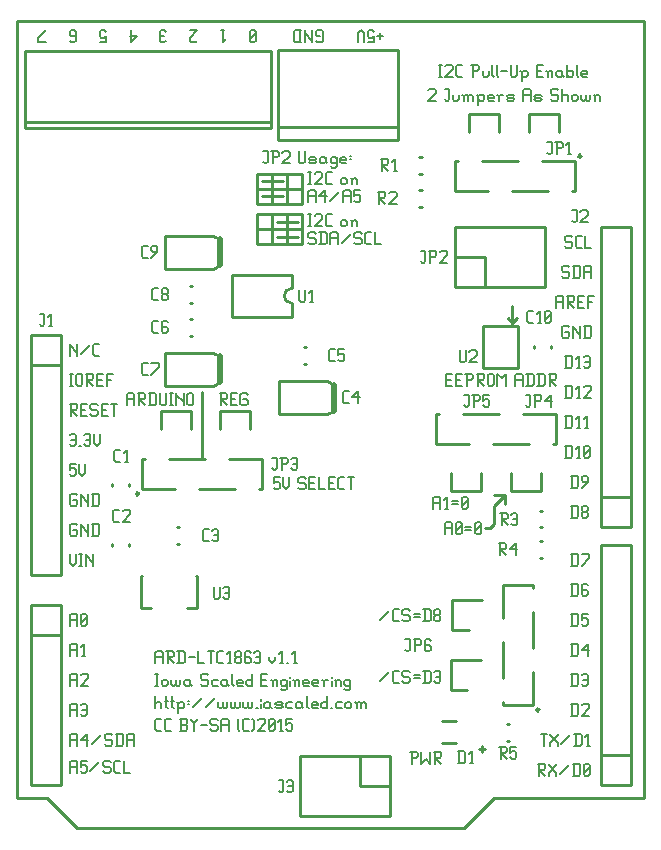
<source format=gbr>
G04 start of page 8 for group -4079 idx -4079 *
G04 Title: (unknown), topsilk *
G04 Creator: pcb 20140316 *
G04 CreationDate: Thu 11 Jun 2015 05:52:48 PM GMT UTC *
G04 For: ndholmes *
G04 Format: Gerber/RS-274X *
G04 PCB-Dimensions (mil): 2100.00 2700.00 *
G04 PCB-Coordinate-Origin: lower left *
%MOIN*%
%FSLAX25Y25*%
%LNTOPSILK*%
%ADD64C,0.0200*%
%ADD63C,0.0080*%
%ADD62C,0.0100*%
G54D62*X500Y269500D02*X209500D01*
X151000Y232500D02*Y238500D01*
X161000D01*
Y232500D01*
X171000D02*Y238500D01*
X181000D01*
Y232500D01*
X165000Y113000D02*Y119000D01*
X175000D02*Y113000D01*
X165000D02*X175000D01*
X163000Y111500D02*X159500D01*
X209500Y269500D02*Y10500D01*
X159500D01*
X163000Y111500D02*Y108500D01*
X159500Y108000D02*X163000Y111500D01*
X158000Y100500D02*X159500Y102000D01*
Y108000D01*
X145000Y113000D02*Y119000D01*
Y113000D02*X155000D01*
X156500Y100500D02*X158000D01*
X159500Y10500D02*X149500Y500D01*
X154500Y27000D02*X156500D01*
X155500Y28000D02*Y26000D01*
X155000Y119000D02*Y113000D01*
X151000Y66500D02*X145500D01*
X150500Y46500D02*X145000D01*
Y56500D01*
X155000D01*
X145500Y66500D02*Y76500D01*
X155500D01*
X500Y10500D02*Y269500D01*
X68000Y133500D02*Y139500D01*
X78000D02*Y133500D01*
X68000Y139500D02*X78000D01*
X62000Y146000D02*Y123500D01*
X48500Y133500D02*Y139500D01*
X58500D02*Y133500D01*
X48500Y139500D02*X58500D01*
X149500Y500D02*X20500D01*
X500Y10500D02*X10500D01*
X20500Y500D02*X10500Y10500D01*
X80500Y205100D02*X95500D01*
X82000Y216100D02*X89000D01*
X82000Y211100D02*X89000D01*
X95500Y205100D02*Y195100D01*
X90500Y205100D02*Y195100D01*
X85500Y205100D02*Y195100D01*
X80500Y205100D02*Y195100D01*
X87000Y202600D02*X94000D01*
X87000Y197600D02*X94000D01*
X165500Y169000D02*Y174500D01*
Y169000D02*X164000Y170500D01*
X165500Y169000D02*X167000Y170500D01*
X80500Y208600D02*X95500D01*
Y218600D02*Y208600D01*
X90500Y218600D02*Y208600D01*
X85500Y218600D02*Y208600D01*
X80500Y218600D02*Y208600D01*
X95500Y213600D02*X80500D01*
Y218600D02*X95500D01*
X80500Y195100D02*X95500D01*
Y200100D02*X80500D01*
G54D63*X18000Y22500D02*Y19000D01*
Y22500D02*X18500Y23000D01*
X20000D01*
X20500Y22500D01*
Y19000D01*
X18000Y21000D02*X20500D01*
X21700Y23000D02*X23700D01*
X21700D02*Y21000D01*
X22200Y21500D01*
X23200D01*
X23700Y21000D01*
Y19500D01*
X23200Y19000D02*X23700Y19500D01*
X22200Y19000D02*X23200D01*
X21700Y19500D02*X22200Y19000D01*
X24900Y19500D02*X27900Y22500D01*
X31100Y23000D02*X31600Y22500D01*
X29600Y23000D02*X31100D01*
X29100Y22500D02*X29600Y23000D01*
X29100Y22500D02*Y21500D01*
X29600Y21000D01*
X31100D01*
X31600Y20500D01*
Y19500D01*
X31100Y19000D02*X31600Y19500D01*
X29600Y19000D02*X31100D01*
X29100Y19500D02*X29600Y19000D01*
X33300D02*X34800D01*
X32800Y19500D02*X33300Y19000D01*
X32800Y22500D02*Y19500D01*
Y22500D02*X33300Y23000D01*
X34800D01*
X36000D02*Y19000D01*
X38000D01*
X18000Y31500D02*Y28000D01*
Y31500D02*X18500Y32000D01*
X20000D01*
X20500Y31500D01*
Y28000D01*
X18000Y30000D02*X20500D01*
X21700D02*X23700Y32000D01*
X21700Y30000D02*X24200D01*
X23700Y32000D02*Y28000D01*
X25400Y28500D02*X28400Y31500D01*
X31600Y32000D02*X32100Y31500D01*
X30100Y32000D02*X31600D01*
X29600Y31500D02*X30100Y32000D01*
X29600Y31500D02*Y30500D01*
X30100Y30000D01*
X31600D01*
X32100Y29500D01*
Y28500D01*
X31600Y28000D02*X32100Y28500D01*
X30100Y28000D02*X31600D01*
X29600Y28500D02*X30100Y28000D01*
X33800Y32000D02*Y28000D01*
X35300Y32000D02*X35800Y31500D01*
Y28500D01*
X35300Y28000D02*X35800Y28500D01*
X33300Y28000D02*X35300D01*
X33300Y32000D02*X35300D01*
X37000Y31500D02*Y28000D01*
Y31500D02*X37500Y32000D01*
X39000D01*
X39500Y31500D01*
Y28000D01*
X37000Y30000D02*X39500D01*
X18000Y41500D02*Y38000D01*
Y41500D02*X18500Y42000D01*
X20000D01*
X20500Y41500D01*
Y38000D01*
X18000Y40000D02*X20500D01*
X21700Y41500D02*X22200Y42000D01*
X23200D01*
X23700Y41500D01*
Y38500D01*
X23200Y38000D02*X23700Y38500D01*
X22200Y38000D02*X23200D01*
X21700Y38500D02*X22200Y38000D01*
Y40000D02*X23700D01*
X18000Y51500D02*Y48000D01*
Y51500D02*X18500Y52000D01*
X20000D01*
X20500Y51500D01*
Y48000D01*
X18000Y50000D02*X20500D01*
X21700Y51500D02*X22200Y52000D01*
X23700D01*
X24200Y51500D01*
Y50500D01*
X21700Y48000D02*X24200Y50500D01*
X21700Y48000D02*X24200D01*
X18000Y61500D02*Y58000D01*
Y61500D02*X18500Y62000D01*
X20000D01*
X20500Y61500D01*
Y58000D01*
X18000Y60000D02*X20500D01*
X22200Y58000D02*X23200D01*
X22700Y62000D02*Y58000D01*
X21700Y61000D02*X22700Y62000D01*
X18000Y71500D02*Y68000D01*
Y71500D02*X18500Y72000D01*
X20000D01*
X20500Y71500D01*
Y68000D01*
X18000Y70000D02*X20500D01*
X21700Y68500D02*X22200Y68000D01*
X21700Y71500D02*Y68500D01*
Y71500D02*X22200Y72000D01*
X23200D01*
X23700Y71500D01*
Y68500D01*
X23200Y68000D02*X23700Y68500D01*
X22200Y68000D02*X23200D01*
X21700Y69000D02*X23700Y71000D01*
X18000Y92000D02*Y89000D01*
X19000Y88000D01*
X20000Y89000D01*
Y92000D02*Y89000D01*
X21200Y92000D02*X22200D01*
X21700D02*Y88000D01*
X21200D02*X22200D01*
X23400Y92000D02*Y88000D01*
Y92000D02*Y91500D01*
X25900Y89000D01*
Y92000D02*Y88000D01*
X20000Y102000D02*X20500Y101500D01*
X18500Y102000D02*X20000D01*
X18000Y101500D02*X18500Y102000D01*
X18000Y101500D02*Y98500D01*
X18500Y98000D01*
X20000D01*
X20500Y98500D01*
Y99500D02*Y98500D01*
X20000Y100000D02*X20500Y99500D01*
X19000Y100000D02*X20000D01*
X21700Y102000D02*Y98000D01*
Y102000D02*Y101500D01*
X24200Y99000D01*
Y102000D02*Y98000D01*
X25900Y102000D02*Y98000D01*
X27400Y102000D02*X27900Y101500D01*
Y98500D01*
X27400Y98000D02*X27900Y98500D01*
X25400Y98000D02*X27400D01*
X25400Y102000D02*X27400D01*
X20000Y112000D02*X20500Y111500D01*
X18500Y112000D02*X20000D01*
X18000Y111500D02*X18500Y112000D01*
X18000Y111500D02*Y108500D01*
X18500Y108000D01*
X20000D01*
X20500Y108500D01*
Y109500D02*Y108500D01*
X20000Y110000D02*X20500Y109500D01*
X19000Y110000D02*X20000D01*
X21700Y112000D02*Y108000D01*
Y112000D02*Y111500D01*
X24200Y109000D01*
Y112000D02*Y108000D01*
X25900Y112000D02*Y108000D01*
X27400Y112000D02*X27900Y111500D01*
Y108500D01*
X27400Y108000D02*X27900Y108500D01*
X25400Y108000D02*X27400D01*
X25400Y112000D02*X27400D01*
X46500Y59000D02*Y55500D01*
Y59000D02*X47000Y59500D01*
X48500D01*
X49000Y59000D01*
Y55500D01*
X46500Y57500D02*X49000D01*
X50200Y59500D02*X52200D01*
X52700Y59000D01*
Y58000D01*
X52200Y57500D02*X52700Y58000D01*
X50700Y57500D02*X52200D01*
X50700Y59500D02*Y55500D01*
Y57500D02*X52700Y55500D01*
X54400Y59500D02*Y55500D01*
X55900Y59500D02*X56400Y59000D01*
Y56000D01*
X55900Y55500D02*X56400Y56000D01*
X53900Y55500D02*X55900D01*
X53900Y59500D02*X55900D01*
X57600Y57500D02*X59600D01*
X60800Y59500D02*Y55500D01*
X62800D01*
X64000Y59500D02*X66000D01*
X65000D02*Y55500D01*
X67700D02*X69200D01*
X67200Y56000D02*X67700Y55500D01*
X67200Y59000D02*Y56000D01*
Y59000D02*X67700Y59500D01*
X69200D01*
X70900Y55500D02*X71900D01*
X71400Y59500D02*Y55500D01*
X70400Y58500D02*X71400Y59500D01*
X73100Y56000D02*X73600Y55500D01*
X73100Y57000D02*Y56000D01*
Y57000D02*X73600Y57500D01*
X74600D01*
X75100Y57000D01*
Y56000D01*
X74600Y55500D02*X75100Y56000D01*
X73600Y55500D02*X74600D01*
X73100Y58000D02*X73600Y57500D01*
X73100Y59000D02*Y58000D01*
Y59000D02*X73600Y59500D01*
X74600D01*
X75100Y59000D01*
Y58000D01*
X74600Y57500D02*X75100Y58000D01*
X77800Y59500D02*X78300Y59000D01*
X76800Y59500D02*X77800D01*
X76300Y59000D02*X76800Y59500D01*
X76300Y59000D02*Y56000D01*
X76800Y55500D01*
X77800Y57500D02*X78300Y57000D01*
X76300Y57500D02*X77800D01*
X76800Y55500D02*X77800D01*
X78300Y56000D01*
Y57000D02*Y56000D01*
X79500Y59000D02*X80000Y59500D01*
X81000D01*
X81500Y59000D01*
Y56000D01*
X81000Y55500D02*X81500Y56000D01*
X80000Y55500D02*X81000D01*
X79500Y56000D02*X80000Y55500D01*
Y57500D02*X81500D01*
X84500D02*Y56500D01*
X85500Y55500D01*
X86500Y56500D01*
Y57500D02*Y56500D01*
X88200Y55500D02*X89200D01*
X88700Y59500D02*Y55500D01*
X87700Y58500D02*X88700Y59500D01*
X90400Y55500D02*X90900D01*
X92600D02*X93600D01*
X93100Y59500D02*Y55500D01*
X92100Y58500D02*X93100Y59500D01*
X46500Y52000D02*X47500D01*
X47000D02*Y48000D01*
X46500D02*X47500D01*
X48700Y49500D02*Y48500D01*
Y49500D02*X49200Y50000D01*
X50200D01*
X50700Y49500D01*
Y48500D01*
X50200Y48000D02*X50700Y48500D01*
X49200Y48000D02*X50200D01*
X48700Y48500D02*X49200Y48000D01*
X51900Y50000D02*Y48500D01*
X52400Y48000D01*
X52900D01*
X53400Y48500D01*
Y50000D02*Y48500D01*
X53900Y48000D01*
X54400D01*
X54900Y48500D01*
Y50000D02*Y48500D01*
X57600Y50000D02*X58100Y49500D01*
X56600Y50000D02*X57600D01*
X56100Y49500D02*X56600Y50000D01*
X56100Y49500D02*Y48500D01*
X56600Y48000D01*
X58100Y50000D02*Y48500D01*
X58600Y48000D01*
X56600D02*X57600D01*
X58100Y48500D01*
X63600Y52000D02*X64100Y51500D01*
X62100Y52000D02*X63600D01*
X61600Y51500D02*X62100Y52000D01*
X61600Y51500D02*Y50500D01*
X62100Y50000D01*
X63600D01*
X64100Y49500D01*
Y48500D01*
X63600Y48000D02*X64100Y48500D01*
X62100Y48000D02*X63600D01*
X61600Y48500D02*X62100Y48000D01*
X65800Y50000D02*X67300D01*
X65300Y49500D02*X65800Y50000D01*
X65300Y49500D02*Y48500D01*
X65800Y48000D01*
X67300D01*
X70000Y50000D02*X70500Y49500D01*
X69000Y50000D02*X70000D01*
X68500Y49500D02*X69000Y50000D01*
X68500Y49500D02*Y48500D01*
X69000Y48000D01*
X70500Y50000D02*Y48500D01*
X71000Y48000D01*
X69000D02*X70000D01*
X70500Y48500D01*
X72200Y52000D02*Y48500D01*
X72700Y48000D01*
X74200D02*X75700D01*
X73700Y48500D02*X74200Y48000D01*
X73700Y49500D02*Y48500D01*
Y49500D02*X74200Y50000D01*
X75200D01*
X75700Y49500D01*
X73700Y49000D02*X75700D01*
Y49500D02*Y49000D01*
X78900Y52000D02*Y48000D01*
X78400D02*X78900Y48500D01*
X77400Y48000D02*X78400D01*
X76900Y48500D02*X77400Y48000D01*
X76900Y49500D02*Y48500D01*
Y49500D02*X77400Y50000D01*
X78400D01*
X78900Y49500D01*
X81900Y50000D02*X83400D01*
X81900Y48000D02*X83900D01*
X81900Y52000D02*Y48000D01*
Y52000D02*X83900D01*
X85600Y49500D02*Y48000D01*
Y49500D02*X86100Y50000D01*
X86600D01*
X87100Y49500D01*
Y48000D01*
X85100Y50000D02*X85600Y49500D01*
X89800Y50000D02*X90300Y49500D01*
X88800Y50000D02*X89800D01*
X88300Y49500D02*X88800Y50000D01*
X88300Y49500D02*Y48500D01*
X88800Y48000D01*
X89800D01*
X90300Y48500D01*
X88300Y47000D02*X88800Y46500D01*
X89800D01*
X90300Y47000D01*
Y50000D02*Y47000D01*
X91500Y51000D02*Y50500D01*
Y49500D02*Y48000D01*
X93000Y49500D02*Y48000D01*
Y49500D02*X93500Y50000D01*
X94000D01*
X94500Y49500D01*
Y48000D01*
X92500Y50000D02*X93000Y49500D01*
X96200Y48000D02*X97700D01*
X95700Y48500D02*X96200Y48000D01*
X95700Y49500D02*Y48500D01*
Y49500D02*X96200Y50000D01*
X97200D01*
X97700Y49500D01*
X95700Y49000D02*X97700D01*
Y49500D02*Y49000D01*
X99400Y48000D02*X100900D01*
X98900Y48500D02*X99400Y48000D01*
X98900Y49500D02*Y48500D01*
Y49500D02*X99400Y50000D01*
X100400D01*
X100900Y49500D01*
X98900Y49000D02*X100900D01*
Y49500D02*Y49000D01*
X102600Y49500D02*Y48000D01*
Y49500D02*X103100Y50000D01*
X104100D01*
X102100D02*X102600Y49500D01*
X105300Y51000D02*Y50500D01*
Y49500D02*Y48000D01*
X106800Y49500D02*Y48000D01*
Y49500D02*X107300Y50000D01*
X107800D01*
X108300Y49500D01*
Y48000D01*
X106300Y50000D02*X106800Y49500D01*
X111000Y50000D02*X111500Y49500D01*
X110000Y50000D02*X111000D01*
X109500Y49500D02*X110000Y50000D01*
X109500Y49500D02*Y48500D01*
X110000Y48000D01*
X111000D01*
X111500Y48500D01*
X109500Y47000D02*X110000Y46500D01*
X111000D01*
X111500Y47000D01*
Y50000D02*Y47000D01*
X46500Y44500D02*Y40500D01*
Y42000D02*X47000Y42500D01*
X48000D01*
X48500Y42000D01*
Y40500D01*
X50200Y44500D02*Y41000D01*
X50700Y40500D01*
X49700Y43000D02*X50700D01*
X52200Y44500D02*Y41000D01*
X52700Y40500D01*
X51700Y43000D02*X52700D01*
X54200Y42000D02*Y39000D01*
X53700Y42500D02*X54200Y42000D01*
X54700Y42500D01*
X55700D01*
X56200Y42000D01*
Y41000D01*
X55700Y40500D02*X56200Y41000D01*
X54700Y40500D02*X55700D01*
X54200Y41000D02*X54700Y40500D01*
X57400Y43000D02*X57900D01*
X57400Y42000D02*X57900D01*
X59100Y41000D02*X62100Y44000D01*
X63300Y41000D02*X66300Y44000D01*
X67500Y42500D02*Y41000D01*
X68000Y40500D01*
X68500D01*
X69000Y41000D01*
Y42500D02*Y41000D01*
X69500Y40500D01*
X70000D01*
X70500Y41000D01*
Y42500D02*Y41000D01*
X71700Y42500D02*Y41000D01*
X72200Y40500D01*
X72700D01*
X73200Y41000D01*
Y42500D02*Y41000D01*
X73700Y40500D01*
X74200D01*
X74700Y41000D01*
Y42500D02*Y41000D01*
X75900Y42500D02*Y41000D01*
X76400Y40500D01*
X76900D01*
X77400Y41000D01*
Y42500D02*Y41000D01*
X77900Y40500D01*
X78400D01*
X78900Y41000D01*
Y42500D02*Y41000D01*
X80100Y40500D02*X80600D01*
X81800Y43500D02*Y43000D01*
Y42000D02*Y40500D01*
X84300Y42500D02*X84800Y42000D01*
X83300Y42500D02*X84300D01*
X82800Y42000D02*X83300Y42500D01*
X82800Y42000D02*Y41000D01*
X83300Y40500D01*
X84800Y42500D02*Y41000D01*
X85300Y40500D01*
X83300D02*X84300D01*
X84800Y41000D01*
X87000Y40500D02*X88500D01*
X89000Y41000D01*
X88500Y41500D02*X89000Y41000D01*
X87000Y41500D02*X88500D01*
X86500Y42000D02*X87000Y41500D01*
X86500Y42000D02*X87000Y42500D01*
X88500D01*
X89000Y42000D01*
X86500Y41000D02*X87000Y40500D01*
X90700Y42500D02*X92200D01*
X90200Y42000D02*X90700Y42500D01*
X90200Y42000D02*Y41000D01*
X90700Y40500D01*
X92200D01*
X94900Y42500D02*X95400Y42000D01*
X93900Y42500D02*X94900D01*
X93400Y42000D02*X93900Y42500D01*
X93400Y42000D02*Y41000D01*
X93900Y40500D01*
X95400Y42500D02*Y41000D01*
X95900Y40500D01*
X93900D02*X94900D01*
X95400Y41000D01*
X97100Y44500D02*Y41000D01*
X97600Y40500D01*
X99100D02*X100600D01*
X98600Y41000D02*X99100Y40500D01*
X98600Y42000D02*Y41000D01*
Y42000D02*X99100Y42500D01*
X100100D01*
X100600Y42000D01*
X98600Y41500D02*X100600D01*
Y42000D02*Y41500D01*
X103800Y44500D02*Y40500D01*
X103300D02*X103800Y41000D01*
X102300Y40500D02*X103300D01*
X101800Y41000D02*X102300Y40500D01*
X101800Y42000D02*Y41000D01*
Y42000D02*X102300Y42500D01*
X103300D01*
X103800Y42000D01*
X105000Y40500D02*X105500D01*
X107200Y42500D02*X108700D01*
X106700Y42000D02*X107200Y42500D01*
X106700Y42000D02*Y41000D01*
X107200Y40500D01*
X108700D01*
X109900Y42000D02*Y41000D01*
Y42000D02*X110400Y42500D01*
X111400D01*
X111900Y42000D01*
Y41000D01*
X111400Y40500D02*X111900Y41000D01*
X110400Y40500D02*X111400D01*
X109900Y41000D02*X110400Y40500D01*
X113600Y42000D02*Y40500D01*
Y42000D02*X114100Y42500D01*
X114600D01*
X115100Y42000D01*
Y40500D01*
Y42000D02*X115600Y42500D01*
X116100D01*
X116600Y42000D01*
Y40500D01*
X113100Y42500D02*X113600Y42000D01*
X47000Y33000D02*X48500D01*
X46500Y33500D02*X47000Y33000D01*
X46500Y36500D02*Y33500D01*
Y36500D02*X47000Y37000D01*
X48500D01*
X50200Y33000D02*X51700D01*
X49700Y33500D02*X50200Y33000D01*
X49700Y36500D02*Y33500D01*
Y36500D02*X50200Y37000D01*
X51700D01*
X54700Y33000D02*X56700D01*
X57200Y33500D01*
Y34500D02*Y33500D01*
X56700Y35000D02*X57200Y34500D01*
X55200Y35000D02*X56700D01*
X55200Y37000D02*Y33000D01*
X54700Y37000D02*X56700D01*
X57200Y36500D01*
Y35500D01*
X56700Y35000D02*X57200Y35500D01*
X58400Y37000D02*Y36500D01*
X59400Y35500D01*
X60400Y36500D01*
Y37000D02*Y36500D01*
X59400Y35500D02*Y33000D01*
X61600Y35000D02*X63600D01*
X66800Y37000D02*X67300Y36500D01*
X65300Y37000D02*X66800D01*
X64800Y36500D02*X65300Y37000D01*
X64800Y36500D02*Y35500D01*
X65300Y35000D01*
X66800D01*
X67300Y34500D01*
Y33500D01*
X66800Y33000D02*X67300Y33500D01*
X65300Y33000D02*X66800D01*
X64800Y33500D02*X65300Y33000D01*
X68500Y36500D02*Y33000D01*
Y36500D02*X69000Y37000D01*
X70500D01*
X71000Y36500D01*
Y33000D01*
X68500Y35000D02*X71000D01*
X74000Y33500D02*X74500Y33000D01*
X74000Y36500D02*X74500Y37000D01*
X74000Y36500D02*Y33500D01*
X76200Y33000D02*X77700D01*
X75700Y33500D02*X76200Y33000D01*
X75700Y36500D02*Y33500D01*
Y36500D02*X76200Y37000D01*
X77700D01*
X78900D02*X79400Y36500D01*
Y33500D01*
X78900Y33000D02*X79400Y33500D01*
X80600Y36500D02*X81100Y37000D01*
X82600D01*
X83100Y36500D01*
Y35500D01*
X80600Y33000D02*X83100Y35500D01*
X80600Y33000D02*X83100D01*
X84300Y33500D02*X84800Y33000D01*
X84300Y36500D02*Y33500D01*
Y36500D02*X84800Y37000D01*
X85800D01*
X86300Y36500D01*
Y33500D01*
X85800Y33000D02*X86300Y33500D01*
X84800Y33000D02*X85800D01*
X84300Y34000D02*X86300Y36000D01*
X88000Y33000D02*X89000D01*
X88500Y37000D02*Y33000D01*
X87500Y36000D02*X88500Y37000D01*
X90200D02*X92200D01*
X90200D02*Y35000D01*
X90700Y35500D01*
X91700D01*
X92200Y35000D01*
Y33500D01*
X91700Y33000D02*X92200Y33500D01*
X90700Y33000D02*X91700D01*
X90200Y33500D02*X90700Y33000D01*
X185500Y108000D02*Y104000D01*
X187000Y108000D02*X187500Y107500D01*
Y104500D01*
X187000Y104000D02*X187500Y104500D01*
X185000Y104000D02*X187000D01*
X185000Y108000D02*X187000D01*
X188700Y104500D02*X189200Y104000D01*
X188700Y105500D02*Y104500D01*
Y105500D02*X189200Y106000D01*
X190200D01*
X190700Y105500D01*
Y104500D01*
X190200Y104000D02*X190700Y104500D01*
X189200Y104000D02*X190200D01*
X188700Y106500D02*X189200Y106000D01*
X188700Y107500D02*Y106500D01*
Y107500D02*X189200Y108000D01*
X190200D01*
X190700Y107500D01*
Y106500D01*
X190200Y106000D02*X190700Y106500D01*
X183500Y158000D02*Y154000D01*
X185000Y158000D02*X185500Y157500D01*
Y154500D01*
X185000Y154000D02*X185500Y154500D01*
X183000Y154000D02*X185000D01*
X183000Y158000D02*X185000D01*
X187200Y154000D02*X188200D01*
X187700Y158000D02*Y154000D01*
X186700Y157000D02*X187700Y158000D01*
X189400Y157500D02*X189900Y158000D01*
X190900D01*
X191400Y157500D01*
Y154500D01*
X190900Y154000D02*X191400Y154500D01*
X189900Y154000D02*X190900D01*
X189400Y154500D02*X189900Y154000D01*
Y156000D02*X191400D01*
X183500Y148000D02*Y144000D01*
X185000Y148000D02*X185500Y147500D01*
Y144500D01*
X185000Y144000D02*X185500Y144500D01*
X183000Y144000D02*X185000D01*
X183000Y148000D02*X185000D01*
X187200Y144000D02*X188200D01*
X187700Y148000D02*Y144000D01*
X186700Y147000D02*X187700Y148000D01*
X189400Y147500D02*X189900Y148000D01*
X191400D01*
X191900Y147500D01*
Y146500D01*
X189400Y144000D02*X191900Y146500D01*
X189400Y144000D02*X191900D01*
X183500Y138000D02*Y134000D01*
X185000Y138000D02*X185500Y137500D01*
Y134500D01*
X185000Y134000D02*X185500Y134500D01*
X183000Y134000D02*X185000D01*
X183000Y138000D02*X185000D01*
X187200Y134000D02*X188200D01*
X187700Y138000D02*Y134000D01*
X186700Y137000D02*X187700Y138000D01*
X189900Y134000D02*X190900D01*
X190400Y138000D02*Y134000D01*
X189400Y137000D02*X190400Y138000D01*
X183500Y128000D02*Y124000D01*
X185000Y128000D02*X185500Y127500D01*
Y124500D01*
X185000Y124000D02*X185500Y124500D01*
X183000Y124000D02*X185000D01*
X183000Y128000D02*X185000D01*
X187200Y124000D02*X188200D01*
X187700Y128000D02*Y124000D01*
X186700Y127000D02*X187700Y128000D01*
X189400Y124500D02*X189900Y124000D01*
X189400Y127500D02*Y124500D01*
Y127500D02*X189900Y128000D01*
X190900D01*
X191400Y127500D01*
Y124500D01*
X190900Y124000D02*X191400Y124500D01*
X189900Y124000D02*X190900D01*
X189400Y125000D02*X191400Y127000D01*
X185500Y118000D02*Y114000D01*
X187000Y118000D02*X187500Y117500D01*
Y114500D01*
X187000Y114000D02*X187500Y114500D01*
X185000Y114000D02*X187000D01*
X185000Y118000D02*X187000D01*
X188700Y114000D02*X190700Y116000D01*
Y117500D02*Y116000D01*
X190200Y118000D02*X190700Y117500D01*
X189200Y118000D02*X190200D01*
X188700Y117500D02*X189200Y118000D01*
X188700Y117500D02*Y116500D01*
X189200Y116000D01*
X190700D01*
X185500Y52000D02*Y48000D01*
X187000Y52000D02*X187500Y51500D01*
Y48500D01*
X187000Y48000D02*X187500Y48500D01*
X185000Y48000D02*X187000D01*
X185000Y52000D02*X187000D01*
X188700Y51500D02*X189200Y52000D01*
X190200D01*
X190700Y51500D01*
Y48500D01*
X190200Y48000D02*X190700Y48500D01*
X189200Y48000D02*X190200D01*
X188700Y48500D02*X189200Y48000D01*
Y50000D02*X190700D01*
X185500Y62000D02*Y58000D01*
X187000Y62000D02*X187500Y61500D01*
Y58500D01*
X187000Y58000D02*X187500Y58500D01*
X185000Y58000D02*X187000D01*
X185000Y62000D02*X187000D01*
X188700Y60000D02*X190700Y62000D01*
X188700Y60000D02*X191200D01*
X190700Y62000D02*Y58000D01*
X121500Y49500D02*X124500Y52500D01*
X126200Y49000D02*X127700D01*
X125700Y49500D02*X126200Y49000D01*
X125700Y52500D02*Y49500D01*
Y52500D02*X126200Y53000D01*
X127700D01*
X130900D02*X131400Y52500D01*
X129400Y53000D02*X130900D01*
X128900Y52500D02*X129400Y53000D01*
X128900Y52500D02*Y51500D01*
X129400Y51000D01*
X130900D01*
X131400Y50500D01*
Y49500D01*
X130900Y49000D02*X131400Y49500D01*
X129400Y49000D02*X130900D01*
X128900Y49500D02*X129400Y49000D01*
X132600Y51500D02*X134600D01*
X132600Y50500D02*X134600D01*
X136300Y53000D02*Y49000D01*
X137800Y53000D02*X138300Y52500D01*
Y49500D01*
X137800Y49000D02*X138300Y49500D01*
X135800Y49000D02*X137800D01*
X135800Y53000D02*X137800D01*
X139500Y52500D02*X140000Y53000D01*
X141000D01*
X141500Y52500D01*
Y49500D01*
X141000Y49000D02*X141500Y49500D01*
X140000Y49000D02*X141000D01*
X139500Y49500D02*X140000Y49000D01*
Y51000D02*X141500D01*
X185500Y42000D02*Y38000D01*
X187000Y42000D02*X187500Y41500D01*
Y38500D01*
X187000Y38000D02*X187500Y38500D01*
X185000Y38000D02*X187000D01*
X185000Y42000D02*X187000D01*
X188700Y41500D02*X189200Y42000D01*
X190700D01*
X191200Y41500D01*
Y40500D01*
X188700Y38000D02*X191200Y40500D01*
X188700Y38000D02*X191200D01*
X174000Y22000D02*X176000D01*
X176500Y21500D01*
Y20500D01*
X176000Y20000D02*X176500Y20500D01*
X174500Y20000D02*X176000D01*
X174500Y22000D02*Y18000D01*
Y20000D02*X176500Y18000D01*
X177700Y22000D02*Y21500D01*
X180200Y19000D01*
Y18000D01*
X177700Y19000D02*Y18000D01*
Y19000D02*X180200Y21500D01*
Y22000D02*Y21500D01*
X181400Y18500D02*X184400Y21500D01*
X186100Y22000D02*Y18000D01*
X187600Y22000D02*X188100Y21500D01*
Y18500D01*
X187600Y18000D02*X188100Y18500D01*
X185600Y18000D02*X187600D01*
X185600Y22000D02*X187600D01*
X189300Y18500D02*X189800Y18000D01*
X189300Y21500D02*Y18500D01*
Y21500D02*X189800Y22000D01*
X190800D01*
X191300Y21500D01*
Y18500D01*
X190800Y18000D02*X191300Y18500D01*
X189800Y18000D02*X190800D01*
X189300Y19000D02*X191300Y21000D01*
X175000Y32000D02*X177000D01*
X176000D02*Y28000D01*
X178200Y32000D02*Y31500D01*
X180700Y29000D01*
Y28000D01*
X178200Y29000D02*Y28000D01*
Y29000D02*X180700Y31500D01*
Y32000D02*Y31500D01*
X181900Y28500D02*X184900Y31500D01*
X186600Y32000D02*Y28000D01*
X188100Y32000D02*X188600Y31500D01*
Y28500D01*
X188100Y28000D02*X188600Y28500D01*
X186100Y28000D02*X188100D01*
X186100Y32000D02*X188100D01*
X190300Y28000D02*X191300D01*
X190800Y32000D02*Y28000D01*
X189800Y31000D02*X190800Y32000D01*
X132000Y26000D02*Y22000D01*
X131500Y26000D02*X133500D01*
X134000Y25500D01*
Y24500D01*
X133500Y24000D02*X134000Y24500D01*
X132000Y24000D02*X133500D01*
X135200Y26000D02*Y22000D01*
X136700Y23500D01*
X138200Y22000D01*
Y26000D02*Y22000D01*
X139400Y26000D02*X141400D01*
X141900Y25500D01*
Y24500D01*
X141400Y24000D02*X141900Y24500D01*
X139900Y24000D02*X141400D01*
X139900Y26000D02*Y22000D01*
Y24000D02*X141900Y22000D01*
X185500Y92000D02*Y88000D01*
X187000Y92000D02*X187500Y91500D01*
Y88500D01*
X187000Y88000D02*X187500Y88500D01*
X185000Y88000D02*X187000D01*
X185000Y92000D02*X187000D01*
X188700Y88000D02*X191200Y90500D01*
Y92000D02*Y90500D01*
X188700Y92000D02*X191200D01*
X139000Y110500D02*Y107000D01*
Y110500D02*X139500Y111000D01*
X141000D01*
X141500Y110500D01*
Y107000D01*
X139000Y109000D02*X141500D01*
X143200Y107000D02*X144200D01*
X143700Y111000D02*Y107000D01*
X142700Y110000D02*X143700Y111000D01*
X145400Y109500D02*X147400D01*
X145400Y108500D02*X147400D01*
X148600Y107500D02*X149100Y107000D01*
X148600Y110500D02*Y107500D01*
Y110500D02*X149100Y111000D01*
X150100D01*
X150600Y110500D01*
Y107500D01*
X150100Y107000D02*X150600Y107500D01*
X149100Y107000D02*X150100D01*
X148600Y108000D02*X150600Y110000D01*
X143000Y102000D02*Y98500D01*
Y102000D02*X143500Y102500D01*
X145000D01*
X145500Y102000D01*
Y98500D01*
X143000Y100500D02*X145500D01*
X146700Y99000D02*X147200Y98500D01*
X146700Y102000D02*Y99000D01*
Y102000D02*X147200Y102500D01*
X148200D01*
X148700Y102000D01*
Y99000D01*
X148200Y98500D02*X148700Y99000D01*
X147200Y98500D02*X148200D01*
X146700Y99500D02*X148700Y101500D01*
X149900Y101000D02*X151900D01*
X149900Y100000D02*X151900D01*
X153100Y99000D02*X153600Y98500D01*
X153100Y102000D02*Y99000D01*
Y102000D02*X153600Y102500D01*
X154600D01*
X155100Y102000D01*
Y99000D01*
X154600Y98500D02*X155100Y99000D01*
X153600Y98500D02*X154600D01*
X153100Y99500D02*X155100Y101500D01*
X185500Y82000D02*Y78000D01*
X187000Y82000D02*X187500Y81500D01*
Y78500D01*
X187000Y78000D02*X187500Y78500D01*
X185000Y78000D02*X187000D01*
X185000Y82000D02*X187000D01*
X190200D02*X190700Y81500D01*
X189200Y82000D02*X190200D01*
X188700Y81500D02*X189200Y82000D01*
X188700Y81500D02*Y78500D01*
X189200Y78000D01*
X190200Y80000D02*X190700Y79500D01*
X188700Y80000D02*X190200D01*
X189200Y78000D02*X190200D01*
X190700Y78500D01*
Y79500D02*Y78500D01*
X185500Y72000D02*Y68000D01*
X187000Y72000D02*X187500Y71500D01*
Y68500D01*
X187000Y68000D02*X187500Y68500D01*
X185000Y68000D02*X187000D01*
X185000Y72000D02*X187000D01*
X188700D02*X190700D01*
X188700D02*Y70000D01*
X189200Y70500D01*
X190200D01*
X190700Y70000D01*
Y68500D01*
X190200Y68000D02*X190700Y68500D01*
X189200Y68000D02*X190200D01*
X188700Y68500D02*X189200Y68000D01*
X121500Y70000D02*X124500Y73000D01*
X126200Y69500D02*X127700D01*
X125700Y70000D02*X126200Y69500D01*
X125700Y73000D02*Y70000D01*
Y73000D02*X126200Y73500D01*
X127700D01*
X130900D02*X131400Y73000D01*
X129400Y73500D02*X130900D01*
X128900Y73000D02*X129400Y73500D01*
X128900Y73000D02*Y72000D01*
X129400Y71500D01*
X130900D01*
X131400Y71000D01*
Y70000D01*
X130900Y69500D02*X131400Y70000D01*
X129400Y69500D02*X130900D01*
X128900Y70000D02*X129400Y69500D01*
X132600Y72000D02*X134600D01*
X132600Y71000D02*X134600D01*
X136300Y73500D02*Y69500D01*
X137800Y73500D02*X138300Y73000D01*
Y70000D01*
X137800Y69500D02*X138300Y70000D01*
X135800Y69500D02*X137800D01*
X135800Y73500D02*X137800D01*
X139500Y70000D02*X140000Y69500D01*
X139500Y71000D02*Y70000D01*
Y71000D02*X140000Y71500D01*
X141000D01*
X141500Y71000D01*
Y70000D01*
X141000Y69500D02*X141500Y70000D01*
X140000Y69500D02*X141000D01*
X139500Y72000D02*X140000Y71500D01*
X139500Y73000D02*Y72000D01*
Y73000D02*X140000Y73500D01*
X141000D01*
X141500Y73000D01*
Y72000D01*
X141000Y71500D02*X141500Y72000D01*
X149500Y145000D02*X151000D01*
Y141500D01*
X150500Y141000D02*X151000Y141500D01*
X150000Y141000D02*X150500D01*
X149500Y141500D02*X150000Y141000D01*
X152700Y145000D02*Y141000D01*
X152200Y145000D02*X154200D01*
X154700Y144500D01*
Y143500D01*
X154200Y143000D02*X154700Y143500D01*
X152700Y143000D02*X154200D01*
X155900Y145000D02*X157900D01*
X155900D02*Y143000D01*
X156400Y143500D01*
X157400D01*
X157900Y143000D01*
Y141500D01*
X157400Y141000D02*X157900Y141500D01*
X156400Y141000D02*X157400D01*
X155900Y141500D02*X156400Y141000D01*
X137500Y246500D02*X138000Y247000D01*
X139500D01*
X140000Y246500D01*
Y245500D01*
X137500Y243000D02*X140000Y245500D01*
X137500Y243000D02*X140000D01*
X143000Y247000D02*X144500D01*
Y243500D01*
X144000Y243000D02*X144500Y243500D01*
X143500Y243000D02*X144000D01*
X143000Y243500D02*X143500Y243000D01*
X145700Y245000D02*Y243500D01*
X146200Y243000D01*
X147200D01*
X147700Y243500D01*
Y245000D02*Y243500D01*
X149400Y244500D02*Y243000D01*
Y244500D02*X149900Y245000D01*
X150400D01*
X150900Y244500D01*
Y243000D01*
Y244500D02*X151400Y245000D01*
X151900D01*
X152400Y244500D01*
Y243000D01*
X148900Y245000D02*X149400Y244500D01*
X154100D02*Y241500D01*
X153600Y245000D02*X154100Y244500D01*
X154600Y245000D01*
X155600D01*
X156100Y244500D01*
Y243500D01*
X155600Y243000D02*X156100Y243500D01*
X154600Y243000D02*X155600D01*
X154100Y243500D02*X154600Y243000D01*
X157800D02*X159300D01*
X157300Y243500D02*X157800Y243000D01*
X157300Y244500D02*Y243500D01*
Y244500D02*X157800Y245000D01*
X158800D01*
X159300Y244500D01*
X157300Y244000D02*X159300D01*
Y244500D02*Y244000D01*
X161000Y244500D02*Y243000D01*
Y244500D02*X161500Y245000D01*
X162500D01*
X160500D02*X161000Y244500D01*
X164200Y243000D02*X165700D01*
X166200Y243500D01*
X165700Y244000D02*X166200Y243500D01*
X164200Y244000D02*X165700D01*
X163700Y244500D02*X164200Y244000D01*
X163700Y244500D02*X164200Y245000D01*
X165700D01*
X166200Y244500D01*
X163700Y243500D02*X164200Y243000D01*
X169200Y246500D02*Y243000D01*
Y246500D02*X169700Y247000D01*
X171200D01*
X171700Y246500D01*
Y243000D01*
X169200Y245000D02*X171700D01*
X173400Y243000D02*X174900D01*
X175400Y243500D01*
X174900Y244000D02*X175400Y243500D01*
X173400Y244000D02*X174900D01*
X172900Y244500D02*X173400Y244000D01*
X172900Y244500D02*X173400Y245000D01*
X174900D01*
X175400Y244500D01*
X172900Y243500D02*X173400Y243000D01*
X180400Y247000D02*X180900Y246500D01*
X178900Y247000D02*X180400D01*
X178400Y246500D02*X178900Y247000D01*
X178400Y246500D02*Y245500D01*
X178900Y245000D01*
X180400D01*
X180900Y244500D01*
Y243500D01*
X180400Y243000D02*X180900Y243500D01*
X178900Y243000D02*X180400D01*
X178400Y243500D02*X178900Y243000D01*
X182100Y247000D02*Y243000D01*
Y244500D02*X182600Y245000D01*
X183600D01*
X184100Y244500D01*
Y243000D01*
X185300Y244500D02*Y243500D01*
Y244500D02*X185800Y245000D01*
X186800D01*
X187300Y244500D01*
Y243500D01*
X186800Y243000D02*X187300Y243500D01*
X185800Y243000D02*X186800D01*
X185300Y243500D02*X185800Y243000D01*
X188500Y245000D02*Y243500D01*
X189000Y243000D01*
X189500D01*
X190000Y243500D01*
Y245000D02*Y243500D01*
X190500Y243000D01*
X191000D01*
X191500Y243500D01*
Y245000D02*Y243500D01*
X193200Y244500D02*Y243000D01*
Y244500D02*X193700Y245000D01*
X194200D01*
X194700Y244500D01*
Y243000D01*
X192700Y245000D02*X193200Y244500D01*
X141000Y255000D02*X142000D01*
X141500D02*Y251000D01*
X141000D02*X142000D01*
X143200Y254500D02*X143700Y255000D01*
X145200D01*
X145700Y254500D01*
Y253500D01*
X143200Y251000D02*X145700Y253500D01*
X143200Y251000D02*X145700D01*
X147400D02*X148900D01*
X146900Y251500D02*X147400Y251000D01*
X146900Y254500D02*Y251500D01*
Y254500D02*X147400Y255000D01*
X148900D01*
X152400D02*Y251000D01*
X151900Y255000D02*X153900D01*
X154400Y254500D01*
Y253500D01*
X153900Y253000D02*X154400Y253500D01*
X152400Y253000D02*X153900D01*
X155600D02*Y251500D01*
X156100Y251000D01*
X157100D01*
X157600Y251500D01*
Y253000D02*Y251500D01*
X158800Y255000D02*Y251500D01*
X159300Y251000D01*
X160300Y255000D02*Y251500D01*
X160800Y251000D01*
X161800Y253000D02*X163800D01*
X165000Y255000D02*Y251500D01*
X165500Y251000D01*
X166500D01*
X167000Y251500D01*
Y255000D02*Y251500D01*
X168700Y252500D02*Y249500D01*
X168200Y253000D02*X168700Y252500D01*
X169200Y253000D01*
X170200D01*
X170700Y252500D01*
Y251500D01*
X170200Y251000D02*X170700Y251500D01*
X169200Y251000D02*X170200D01*
X168700Y251500D02*X169200Y251000D01*
X173700Y253000D02*X175200D01*
X173700Y251000D02*X175700D01*
X173700Y255000D02*Y251000D01*
Y255000D02*X175700D01*
X177400Y252500D02*Y251000D01*
Y252500D02*X177900Y253000D01*
X178400D01*
X178900Y252500D01*
Y251000D01*
X176900Y253000D02*X177400Y252500D01*
X181600Y253000D02*X182100Y252500D01*
X180600Y253000D02*X181600D01*
X180100Y252500D02*X180600Y253000D01*
X180100Y252500D02*Y251500D01*
X180600Y251000D01*
X182100Y253000D02*Y251500D01*
X182600Y251000D01*
X180600D02*X181600D01*
X182100Y251500D01*
X183800Y255000D02*Y251000D01*
Y251500D02*X184300Y251000D01*
X185300D01*
X185800Y251500D01*
Y252500D02*Y251500D01*
X185300Y253000D02*X185800Y252500D01*
X184300Y253000D02*X185300D01*
X183800Y252500D02*X184300Y253000D01*
X187000Y255000D02*Y251500D01*
X187500Y251000D01*
X189000D02*X190500D01*
X188500Y251500D02*X189000Y251000D01*
X188500Y252500D02*Y251500D01*
Y252500D02*X189000Y253000D01*
X190000D01*
X190500Y252500D01*
X188500Y252000D02*X190500D01*
Y252500D02*Y252000D01*
X180000Y177500D02*Y174000D01*
Y177500D02*X180500Y178000D01*
X182000D01*
X182500Y177500D01*
Y174000D01*
X180000Y176000D02*X182500D01*
X183700Y178000D02*X185700D01*
X186200Y177500D01*
Y176500D01*
X185700Y176000D02*X186200Y176500D01*
X184200Y176000D02*X185700D01*
X184200Y178000D02*Y174000D01*
Y176000D02*X186200Y174000D01*
X187400Y176000D02*X188900D01*
X187400Y174000D02*X189400D01*
X187400Y178000D02*Y174000D01*
Y178000D02*X189400D01*
X190600D02*Y174000D01*
Y178000D02*X192600D01*
X190600Y176000D02*X192100D01*
X184000Y188000D02*X184500Y187500D01*
X182500Y188000D02*X184000D01*
X182000Y187500D02*X182500Y188000D01*
X182000Y187500D02*Y186500D01*
X182500Y186000D01*
X184000D01*
X184500Y185500D01*
Y184500D01*
X184000Y184000D02*X184500Y184500D01*
X182500Y184000D02*X184000D01*
X182000Y184500D02*X182500Y184000D01*
X186200Y188000D02*Y184000D01*
X187700Y188000D02*X188200Y187500D01*
Y184500D01*
X187700Y184000D02*X188200Y184500D01*
X185700Y184000D02*X187700D01*
X185700Y188000D02*X187700D01*
X189400Y187500D02*Y184000D01*
Y187500D02*X189900Y188000D01*
X191400D01*
X191900Y187500D01*
Y184000D01*
X189400Y186000D02*X191900D01*
X185000Y198000D02*X185500Y197500D01*
X183500Y198000D02*X185000D01*
X183000Y197500D02*X183500Y198000D01*
X183000Y197500D02*Y196500D01*
X183500Y196000D01*
X185000D01*
X185500Y195500D01*
Y194500D01*
X185000Y194000D02*X185500Y194500D01*
X183500Y194000D02*X185000D01*
X183000Y194500D02*X183500Y194000D01*
X187200D02*X188700D01*
X186700Y194500D02*X187200Y194000D01*
X186700Y197500D02*Y194500D01*
Y197500D02*X187200Y198000D01*
X188700D01*
X189900D02*Y194000D01*
X191900D01*
X143500Y150000D02*X145000D01*
X143500Y148000D02*X145500D01*
X143500Y152000D02*Y148000D01*
Y152000D02*X145500D01*
X146700Y150000D02*X148200D01*
X146700Y148000D02*X148700D01*
X146700Y152000D02*Y148000D01*
Y152000D02*X148700D01*
X150400D02*Y148000D01*
X149900Y152000D02*X151900D01*
X152400Y151500D01*
Y150500D01*
X151900Y150000D02*X152400Y150500D01*
X150400Y150000D02*X151900D01*
X153600Y152000D02*X155600D01*
X156100Y151500D01*
Y150500D01*
X155600Y150000D02*X156100Y150500D01*
X154100Y150000D02*X155600D01*
X154100Y152000D02*Y148000D01*
Y150000D02*X156100Y148000D01*
X157300Y151500D02*Y148500D01*
Y151500D02*X157800Y152000D01*
X158800D01*
X159300Y151500D01*
Y148500D01*
X158800Y148000D02*X159300Y148500D01*
X157800Y148000D02*X158800D01*
X157300Y148500D02*X157800Y148000D01*
X160500Y152000D02*Y148000D01*
Y152000D02*X162000Y150500D01*
X163500Y152000D01*
Y148000D01*
X166500Y151500D02*Y148000D01*
Y151500D02*X167000Y152000D01*
X168500D01*
X169000Y151500D01*
Y148000D01*
X166500Y150000D02*X169000D01*
X170700Y152000D02*Y148000D01*
X172200Y152000D02*X172700Y151500D01*
Y148500D01*
X172200Y148000D02*X172700Y148500D01*
X170200Y148000D02*X172200D01*
X170200Y152000D02*X172200D01*
X174400D02*Y148000D01*
X175900Y152000D02*X176400Y151500D01*
Y148500D01*
X175900Y148000D02*X176400Y148500D01*
X173900Y148000D02*X175900D01*
X173900Y152000D02*X175900D01*
X177600D02*X179600D01*
X180100Y151500D01*
Y150500D01*
X179600Y150000D02*X180100Y150500D01*
X178100Y150000D02*X179600D01*
X178100Y152000D02*Y148000D01*
Y150000D02*X180100Y148000D01*
X170000Y145000D02*X171500D01*
Y141500D01*
X171000Y141000D02*X171500Y141500D01*
X170500Y141000D02*X171000D01*
X170000Y141500D02*X170500Y141000D01*
X173200Y145000D02*Y141000D01*
X172700Y145000D02*X174700D01*
X175200Y144500D01*
Y143500D01*
X174700Y143000D02*X175200Y143500D01*
X173200Y143000D02*X174700D01*
X176400D02*X178400Y145000D01*
X176400Y143000D02*X178900D01*
X178400Y145000D02*Y141000D01*
X184000Y168000D02*X184500Y167500D01*
X182500Y168000D02*X184000D01*
X182000Y167500D02*X182500Y168000D01*
X182000Y167500D02*Y164500D01*
X182500Y164000D01*
X184000D01*
X184500Y164500D01*
Y165500D02*Y164500D01*
X184000Y166000D02*X184500Y165500D01*
X183000Y166000D02*X184000D01*
X185700Y168000D02*Y164000D01*
Y168000D02*Y167500D01*
X188200Y165000D01*
Y168000D02*Y164000D01*
X189900Y168000D02*Y164000D01*
X191400Y168000D02*X191900Y167500D01*
Y164500D01*
X191400Y164000D02*X191900Y164500D01*
X189400Y164000D02*X191400D01*
X189400Y168000D02*X191400D01*
X18000Y122000D02*X20000D01*
X18000D02*Y120000D01*
X18500Y120500D01*
X19500D01*
X20000Y120000D01*
Y118500D01*
X19500Y118000D02*X20000Y118500D01*
X18500Y118000D02*X19500D01*
X18000Y118500D02*X18500Y118000D01*
X21200Y122000D02*Y119000D01*
X22200Y118000D01*
X23200Y119000D01*
Y122000D02*Y119000D01*
X86000Y117500D02*X88000D01*
X86000D02*Y115500D01*
X86500Y116000D01*
X87500D01*
X88000Y115500D01*
Y114000D01*
X87500Y113500D02*X88000Y114000D01*
X86500Y113500D02*X87500D01*
X86000Y114000D02*X86500Y113500D01*
X89200Y117500D02*Y114500D01*
X90200Y113500D01*
X91200Y114500D01*
Y117500D02*Y114500D01*
X96200Y117500D02*X96700Y117000D01*
X94700Y117500D02*X96200D01*
X94200Y117000D02*X94700Y117500D01*
X94200Y117000D02*Y116000D01*
X94700Y115500D01*
X96200D01*
X96700Y115000D01*
Y114000D01*
X96200Y113500D02*X96700Y114000D01*
X94700Y113500D02*X96200D01*
X94200Y114000D02*X94700Y113500D01*
X97900Y115500D02*X99400D01*
X97900Y113500D02*X99900D01*
X97900Y117500D02*Y113500D01*
Y117500D02*X99900D01*
X101100D02*Y113500D01*
X103100D01*
X104300Y115500D02*X105800D01*
X104300Y113500D02*X106300D01*
X104300Y117500D02*Y113500D01*
Y117500D02*X106300D01*
X108000Y113500D02*X109500D01*
X107500Y114000D02*X108000Y113500D01*
X107500Y117000D02*Y114000D01*
Y117000D02*X108000Y117500D01*
X109500D01*
X110700D02*X112700D01*
X111700D02*Y113500D01*
X18000Y131500D02*X18500Y132000D01*
X19500D01*
X20000Y131500D01*
Y128500D01*
X19500Y128000D02*X20000Y128500D01*
X18500Y128000D02*X19500D01*
X18000Y128500D02*X18500Y128000D01*
Y130000D02*X20000D01*
X21200Y128000D02*X21700D01*
X22900Y131500D02*X23400Y132000D01*
X24400D01*
X24900Y131500D01*
Y128500D01*
X24400Y128000D02*X24900Y128500D01*
X23400Y128000D02*X24400D01*
X22900Y128500D02*X23400Y128000D01*
Y130000D02*X24900D01*
X26100Y132000D02*Y129000D01*
X27100Y128000D01*
X28100Y129000D01*
Y132000D02*Y129000D01*
X18000Y152000D02*X19000D01*
X18500D02*Y148000D01*
X18000D02*X19000D01*
X20200Y151500D02*Y148500D01*
Y151500D02*X20700Y152000D01*
X21700D01*
X22200Y151500D01*
Y148500D01*
X21700Y148000D02*X22200Y148500D01*
X20700Y148000D02*X21700D01*
X20200Y148500D02*X20700Y148000D01*
X23400Y152000D02*X25400D01*
X25900Y151500D01*
Y150500D01*
X25400Y150000D02*X25900Y150500D01*
X23900Y150000D02*X25400D01*
X23900Y152000D02*Y148000D01*
Y150000D02*X25900Y148000D01*
X27100Y150000D02*X28600D01*
X27100Y148000D02*X29100D01*
X27100Y152000D02*Y148000D01*
Y152000D02*X29100D01*
X30300D02*Y148000D01*
Y152000D02*X32300D01*
X30300Y150000D02*X31800D01*
X18000Y142000D02*X20000D01*
X20500Y141500D01*
Y140500D01*
X20000Y140000D02*X20500Y140500D01*
X18500Y140000D02*X20000D01*
X18500Y142000D02*Y138000D01*
Y140000D02*X20500Y138000D01*
X21700Y140000D02*X23200D01*
X21700Y138000D02*X23700D01*
X21700Y142000D02*Y138000D01*
Y142000D02*X23700D01*
X26900D02*X27400Y141500D01*
X25400Y142000D02*X26900D01*
X24900Y141500D02*X25400Y142000D01*
X24900Y141500D02*Y140500D01*
X25400Y140000D01*
X26900D01*
X27400Y139500D01*
Y138500D01*
X26900Y138000D02*X27400Y138500D01*
X25400Y138000D02*X26900D01*
X24900Y138500D02*X25400Y138000D01*
X28600Y140000D02*X30100D01*
X28600Y138000D02*X30600D01*
X28600Y142000D02*Y138000D01*
Y142000D02*X30600D01*
X31800D02*X33800D01*
X32800D02*Y138000D01*
X18000Y162000D02*Y158000D01*
Y162000D02*Y161500D01*
X20500Y159000D01*
Y162000D02*Y158000D01*
X21700Y158500D02*X24700Y161500D01*
X26400Y158000D02*X27900D01*
X25900Y158500D02*X26400Y158000D01*
X25900Y161500D02*Y158500D01*
Y161500D02*X26400Y162000D01*
X27900D01*
X68000Y145500D02*X70000D01*
X70500Y145000D01*
Y144000D01*
X70000Y143500D02*X70500Y144000D01*
X68500Y143500D02*X70000D01*
X68500Y145500D02*Y141500D01*
Y143500D02*X70500Y141500D01*
X71700Y143500D02*X73200D01*
X71700Y141500D02*X73700D01*
X71700Y145500D02*Y141500D01*
Y145500D02*X73700D01*
X76900D02*X77400Y145000D01*
X75400Y145500D02*X76900D01*
X74900Y145000D02*X75400Y145500D01*
X74900Y145000D02*Y142000D01*
X75400Y141500D01*
X76900D01*
X77400Y142000D01*
Y143000D02*Y142000D01*
X76900Y143500D02*X77400Y143000D01*
X75900Y143500D02*X76900D01*
X37000Y145000D02*Y141500D01*
Y145000D02*X37500Y145500D01*
X39000D01*
X39500Y145000D01*
Y141500D01*
X37000Y143500D02*X39500D01*
X40700Y145500D02*X42700D01*
X43200Y145000D01*
Y144000D01*
X42700Y143500D02*X43200Y144000D01*
X41200Y143500D02*X42700D01*
X41200Y145500D02*Y141500D01*
Y143500D02*X43200Y141500D01*
X44900Y145500D02*Y141500D01*
X46400Y145500D02*X46900Y145000D01*
Y142000D01*
X46400Y141500D02*X46900Y142000D01*
X44400Y141500D02*X46400D01*
X44400Y145500D02*X46400D01*
X48100D02*Y142000D01*
X48600Y141500D01*
X49600D01*
X50100Y142000D01*
Y145500D02*Y142000D01*
X51300Y145500D02*X52300D01*
X51800D02*Y141500D01*
X51300D02*X52300D01*
X53500Y145500D02*Y141500D01*
Y145500D02*Y145000D01*
X56000Y142500D01*
Y145500D02*Y141500D01*
X57200Y145000D02*Y142000D01*
Y145000D02*X57700Y145500D01*
X58700D01*
X59200Y145000D01*
Y142000D01*
X58700Y141500D02*X59200Y142000D01*
X57700Y141500D02*X58700D01*
X57200Y142000D02*X57700Y141500D01*
X10000Y266500D02*X7500Y264000D01*
Y262500D01*
X10000D01*
X18500D02*X18000Y263000D01*
X18500Y262500D02*X19500D01*
X20000Y263000D02*X19500Y262500D01*
X20000Y266000D02*Y263000D01*
Y266000D02*X19500Y266500D01*
X18500Y264500D02*X18000Y265000D01*
X18500Y264500D02*X20000D01*
X18500Y266500D02*X19500D01*
X18500D02*X18000Y266000D01*
Y265000D01*
X28000Y262500D02*X30000D01*
Y264500D02*Y262500D01*
Y264500D02*X29500Y264000D01*
X28500D02*X29500D01*
X28500D02*X28000Y264500D01*
Y266000D02*Y264500D01*
X28500Y266500D02*X28000Y266000D01*
X28500Y266500D02*X29500D01*
X30000Y266000D02*X29500Y266500D01*
X40500Y264500D02*X38500Y262500D01*
X38000Y264500D02*X40500D01*
X38500Y266500D02*Y262500D01*
X50000Y263000D02*X49500Y262500D01*
X48500D02*X49500D01*
X48500D02*X48000Y263000D01*
Y266000D02*Y263000D01*
X48500Y266500D02*X48000Y266000D01*
X48500Y266500D02*X49500D01*
X50000Y266000D02*X49500Y266500D01*
X48000Y264500D02*X49500D01*
X60500Y263000D02*X60000Y262500D01*
X58500D02*X60000D01*
X58500D02*X58000Y263000D01*
Y264000D02*Y263000D01*
X60500Y266500D02*X58000Y264000D01*
Y266500D02*X60500D01*
X68500D02*X69500D01*
X69000D02*Y262500D01*
X70000Y263500D02*X69000Y262500D01*
X80000Y266000D02*X79500Y266500D01*
X80000Y266000D02*Y263000D01*
X79500Y262500D01*
X78500D02*X79500D01*
X78500D02*X78000Y263000D01*
Y266000D02*Y263000D01*
X78500Y266500D02*X78000Y266000D01*
X78500Y266500D02*X79500D01*
X80000Y265500D02*X78000Y263500D01*
X100500Y262500D02*X100000Y263000D01*
X100500Y262500D02*X102000D01*
X102500Y263000D02*X102000Y262500D01*
X102500Y266000D02*Y263000D01*
Y266000D02*X102000Y266500D01*
X100500D02*X102000D01*
X100500D02*X100000Y266000D01*
Y265000D01*
X100500Y264500D02*X100000Y265000D01*
X100500Y264500D02*X101500D01*
X98800Y266500D02*Y262500D01*
Y263000D02*Y262500D01*
Y263000D02*X96300Y265500D01*
Y266500D02*Y262500D01*
X94600Y266500D02*Y262500D01*
X93100D02*X92600Y263000D01*
Y266000D02*Y263000D01*
X93100Y266500D02*X92600Y266000D01*
X93100Y266500D02*X95100D01*
X93100Y262500D02*X95100D01*
X120500Y264500D02*X122500D01*
X121500Y265500D02*Y263500D01*
X117300Y262500D02*X119300D01*
Y264500D02*Y262500D01*
Y264500D02*X118800Y264000D01*
X117800D02*X118800D01*
X117800D02*X117300Y264500D01*
Y266000D02*Y264500D01*
X117800Y266500D02*X117300Y266000D01*
X117800Y266500D02*X118800D01*
X119300Y266000D02*X118800Y266500D01*
X116100Y265500D02*Y262500D01*
Y265500D02*X115100Y266500D01*
X114100Y265500D01*
Y262500D01*
X97500Y219100D02*X98500D01*
X98000D02*Y215100D01*
X97500D02*X98500D01*
X99700Y218600D02*X100200Y219100D01*
X101700D01*
X102200Y218600D01*
Y217600D01*
X99700Y215100D02*X102200Y217600D01*
X99700Y215100D02*X102200D01*
X103900D02*X105400D01*
X103400Y215600D02*X103900Y215100D01*
X103400Y218600D02*Y215600D01*
Y218600D02*X103900Y219100D01*
X105400D01*
X108400Y216600D02*Y215600D01*
Y216600D02*X108900Y217100D01*
X109900D01*
X110400Y216600D01*
Y215600D01*
X109900Y215100D02*X110400Y215600D01*
X108900Y215100D02*X109900D01*
X108400Y215600D02*X108900Y215100D01*
X112100Y216600D02*Y215100D01*
Y216600D02*X112600Y217100D01*
X113100D01*
X113600Y216600D01*
Y215100D01*
X111600Y217100D02*X112100Y216600D01*
X97500Y212600D02*Y209100D01*
Y212600D02*X98000Y213100D01*
X99500D01*
X100000Y212600D01*
Y209100D01*
X97500Y211100D02*X100000D01*
X101200D02*X103200Y213100D01*
X101200Y211100D02*X103700D01*
X103200Y213100D02*Y209100D01*
X104900Y209600D02*X107900Y212600D01*
X109100D02*Y209100D01*
Y212600D02*X109600Y213100D01*
X111100D01*
X111600Y212600D01*
Y209100D01*
X109100Y211100D02*X111600D01*
X112800Y213100D02*X114800D01*
X112800D02*Y211100D01*
X113300Y211600D01*
X114300D01*
X114800Y211100D01*
Y209600D01*
X114300Y209100D02*X114800Y209600D01*
X113300Y209100D02*X114300D01*
X112800Y209600D02*X113300Y209100D01*
X97500Y205100D02*X98500D01*
X98000D02*Y201100D01*
X97500D02*X98500D01*
X99700Y204600D02*X100200Y205100D01*
X101700D01*
X102200Y204600D01*
Y203600D01*
X99700Y201100D02*X102200Y203600D01*
X99700Y201100D02*X102200D01*
X103900D02*X105400D01*
X103400Y201600D02*X103900Y201100D01*
X103400Y204600D02*Y201600D01*
Y204600D02*X103900Y205100D01*
X105400D01*
X108400Y202600D02*Y201600D01*
Y202600D02*X108900Y203100D01*
X109900D01*
X110400Y202600D01*
Y201600D01*
X109900Y201100D02*X110400Y201600D01*
X108900Y201100D02*X109900D01*
X108400Y201600D02*X108900Y201100D01*
X112100Y202600D02*Y201100D01*
Y202600D02*X112600Y203100D01*
X113100D01*
X113600Y202600D01*
Y201100D01*
X111600Y203100D02*X112100Y202600D01*
X99500Y199100D02*X100000Y198600D01*
X98000Y199100D02*X99500D01*
X97500Y198600D02*X98000Y199100D01*
X97500Y198600D02*Y197600D01*
X98000Y197100D01*
X99500D01*
X100000Y196600D01*
Y195600D01*
X99500Y195100D02*X100000Y195600D01*
X98000Y195100D02*X99500D01*
X97500Y195600D02*X98000Y195100D01*
X101700Y199100D02*Y195100D01*
X103200Y199100D02*X103700Y198600D01*
Y195600D01*
X103200Y195100D02*X103700Y195600D01*
X101200Y195100D02*X103200D01*
X101200Y199100D02*X103200D01*
X104900Y198600D02*Y195100D01*
Y198600D02*X105400Y199100D01*
X106900D01*
X107400Y198600D01*
Y195100D01*
X104900Y197100D02*X107400D01*
X108600Y195600D02*X111600Y198600D01*
X114800Y199100D02*X115300Y198600D01*
X113300Y199100D02*X114800D01*
X112800Y198600D02*X113300Y199100D01*
X112800Y198600D02*Y197600D01*
X113300Y197100D01*
X114800D01*
X115300Y196600D01*
Y195600D01*
X114800Y195100D02*X115300Y195600D01*
X113300Y195100D02*X114800D01*
X112800Y195600D02*X113300Y195100D01*
X117000D02*X118500D01*
X116500Y195600D02*X117000Y195100D01*
X116500Y198600D02*Y195600D01*
Y198600D02*X117000Y199100D01*
X118500D01*
X119700D02*Y195100D01*
X121700D01*
X82500Y226100D02*X84000D01*
Y222600D01*
X83500Y222100D02*X84000Y222600D01*
X83000Y222100D02*X83500D01*
X82500Y222600D02*X83000Y222100D01*
X85700Y226100D02*Y222100D01*
X85200Y226100D02*X87200D01*
X87700Y225600D01*
Y224600D01*
X87200Y224100D02*X87700Y224600D01*
X85700Y224100D02*X87200D01*
X88900Y225600D02*X89400Y226100D01*
X90900D01*
X91400Y225600D01*
Y224600D01*
X88900Y222100D02*X91400Y224600D01*
X88900Y222100D02*X91400D01*
X94400Y226100D02*Y222600D01*
X94900Y222100D01*
X95900D01*
X96400Y222600D01*
Y226100D02*Y222600D01*
X98100Y222100D02*X99600D01*
X100100Y222600D01*
X99600Y223100D02*X100100Y222600D01*
X98100Y223100D02*X99600D01*
X97600Y223600D02*X98100Y223100D01*
X97600Y223600D02*X98100Y224100D01*
X99600D01*
X100100Y223600D01*
X97600Y222600D02*X98100Y222100D01*
X102800Y224100D02*X103300Y223600D01*
X101800Y224100D02*X102800D01*
X101300Y223600D02*X101800Y224100D01*
X101300Y223600D02*Y222600D01*
X101800Y222100D01*
X103300Y224100D02*Y222600D01*
X103800Y222100D01*
X101800D02*X102800D01*
X103300Y222600D01*
X106500Y224100D02*X107000Y223600D01*
X105500Y224100D02*X106500D01*
X105000Y223600D02*X105500Y224100D01*
X105000Y223600D02*Y222600D01*
X105500Y222100D01*
X106500D01*
X107000Y222600D01*
X105000Y221100D02*X105500Y220600D01*
X106500D01*
X107000Y221100D01*
Y224100D02*Y221100D01*
X108700Y222100D02*X110200D01*
X108200Y222600D02*X108700Y222100D01*
X108200Y223600D02*Y222600D01*
Y223600D02*X108700Y224100D01*
X109700D01*
X110200Y223600D01*
X108200Y223100D02*X110200D01*
Y223600D02*Y223100D01*
X111400Y224600D02*X111900D01*
X111400Y223600D02*X111900D01*
G54D62*X180000Y138500D02*Y128500D01*
X140000Y138500D02*Y128500D01*
X179000D02*X180000D01*
X159000D02*X171000D01*
X140000D02*X151000D01*
X140000Y138500D02*X141000D01*
X149000D02*X161000D01*
X169000D02*X180000D01*
X205000Y95000D02*Y15000D01*
X195000Y95000D02*X205000D01*
X195000D02*Y15000D01*
X205000D01*
X195000Y25000D02*X205000D01*
X195000D02*Y15000D01*
X205000Y201000D02*Y101000D01*
X195000Y201000D02*X205000D01*
X195000D02*Y101000D01*
X205000D01*
X195000Y111000D02*X205000D01*
X195000D02*Y101000D01*
X172745Y161393D02*Y160607D01*
X178255Y161393D02*Y160607D01*
X174607Y106298D02*X175393D01*
X174607Y100788D02*X175393D01*
X134521Y218745D02*X135307D01*
X134521Y224255D02*X135307D01*
X134564Y207745D02*X135350D01*
X134564Y213255D02*X135350D01*
X167500Y167900D02*Y154000D01*
X155700Y167900D02*X167500D01*
X155700D02*Y154000D01*
X167500D01*
X146500Y181000D02*X176500D01*
Y201000D02*Y181000D01*
X146500Y201000D02*X176500D01*
X146500D02*Y181000D01*
X156500Y191000D02*Y181000D01*
X146500Y191000D02*X156500D01*
X186500Y223000D02*Y213000D01*
X146500Y223000D02*Y213000D01*
X185500D02*X186500D01*
X165500D02*X177500D01*
X146500D02*X157500D01*
X146500Y223000D02*X147500D01*
X155500D02*X167500D01*
X175500D02*X186500D01*
X188000Y225000D02*G75*G03X188000Y225000I0J-500D01*G01*
X142138Y36240D02*X146862D01*
X142138Y28760D02*X146862D01*
X174607Y96255D02*X175393D01*
X174607Y90745D02*X175393D01*
X162500Y41500D02*X172500D01*
X162500Y81500D02*X172500D01*
X162500Y42500D02*Y41500D01*
Y62500D02*Y50500D01*
Y81500D02*Y70500D01*
X172500Y81500D02*Y80500D01*
Y72500D02*Y60500D01*
Y52500D02*Y41500D01*
X174500Y40000D02*G75*G03X174500Y40000I-500J0D01*G01*
X163607Y35255D02*X164393D01*
X163607Y29745D02*X164393D01*
X5000Y165000D02*Y85000D01*
X15000D01*
Y165000D01*
X5000D01*
Y155000D02*X15000D01*
Y165000D01*
X5000Y75000D02*Y15000D01*
X15000D01*
Y75000D01*
X5000D01*
Y65000D02*X15000D01*
Y75000D01*
X53607Y95245D02*X54393D01*
X53607Y100755D02*X54393D01*
X37755Y95393D02*Y94607D01*
X32245Y95393D02*Y94607D01*
Y115350D02*Y114564D01*
X37755Y115350D02*Y114564D01*
X60250Y84480D02*Y73850D01*
X41750Y84480D02*Y73850D01*
X57000D02*X60250D01*
X41750D02*X45000D01*
X60071Y84480D02*X60250D01*
X41750D02*X41929D01*
X94803Y24449D02*X124803D01*
X94803D02*Y4449D01*
X124803D01*
Y24449D02*Y4449D01*
X114803Y24449D02*Y14449D01*
X124803D01*
X42000Y123500D02*Y113500D01*
X82000Y123500D02*Y113500D01*
X42000Y123500D02*X43000D01*
X51000D02*X63000D01*
X71000D02*X82000D01*
X81000Y113500D02*X82000D01*
X61000D02*X73000D01*
X42000D02*X53000D01*
X40500Y111500D02*G75*G03X40500Y111500I0J500D01*G01*
X58107Y175745D02*X58893D01*
X58107Y181255D02*X58893D01*
X58107Y164745D02*X58893D01*
X58107Y170255D02*X58893D01*
G54D64*X68100Y157800D02*Y149200D01*
G54D62*Y157800D02*X65700Y159000D01*
X49900D02*X65700D01*
X49900D02*Y148000D01*
X65700D01*
X68100Y149200D01*
G54D64*Y196800D02*Y188200D01*
G54D62*Y196800D02*X65700Y198000D01*
X49900D02*X65700D01*
X49900D02*Y187000D01*
X65700D01*
X68100Y188200D01*
X85000Y259500D02*Y234000D01*
X3000Y259500D02*Y234000D01*
X85000D01*
X3000Y236000D02*X85000D01*
X3000Y259500D02*X85000D01*
X87500Y259800D02*X127500D01*
X87500Y229800D02*X127500D01*
X87500Y234200D02*X127500D01*
Y259800D02*Y229800D01*
X87500Y259800D02*Y229800D01*
X72000Y185000D02*X92000D01*
Y180500D01*
Y175500D02*Y171000D01*
X72000D02*X92000D01*
X72000Y185000D02*Y171000D01*
X92000Y180500D02*G75*G03X92000Y175500I0J-2500D01*G01*
G54D64*X106100Y148300D02*Y139700D01*
G54D62*Y148300D02*X103700Y149500D01*
X87900D02*X103700D01*
X87900D02*Y138500D01*
X103700D01*
X106100Y139700D01*
X96107Y155245D02*X96893D01*
X96107Y160755D02*X96893D01*
G54D63*X8000Y172000D02*X9500D01*
Y168500D01*
X9000Y168000D02*X9500Y168500D01*
X8500Y168000D02*X9000D01*
X8000Y168500D02*X8500Y168000D01*
X11200D02*X12200D01*
X11700Y172000D02*Y168000D01*
X10700Y171000D02*X11700Y172000D01*
X148000Y159800D02*Y156300D01*
X148500Y155800D01*
X149500D01*
X150000Y156300D01*
Y159800D02*Y156300D01*
X151200Y159300D02*X151700Y159800D01*
X153200D01*
X153700Y159300D01*
Y158300D01*
X151200Y155800D02*X153700Y158300D01*
X151200Y155800D02*X153700D01*
X171000Y169000D02*X172500D01*
X170500Y169500D02*X171000Y169000D01*
X170500Y172500D02*Y169500D01*
Y172500D02*X171000Y173000D01*
X172500D01*
X174200Y169000D02*X175200D01*
X174700Y173000D02*Y169000D01*
X173700Y172000D02*X174700Y173000D01*
X176400Y169500D02*X176900Y169000D01*
X176400Y172500D02*Y169500D01*
Y172500D02*X176900Y173000D01*
X177900D01*
X178400Y172500D01*
Y169500D01*
X177900Y169000D02*X178400Y169500D01*
X176900Y169000D02*X177900D01*
X176400Y170000D02*X178400Y172000D01*
X109500Y142100D02*X111000D01*
X109000Y142600D02*X109500Y142100D01*
X109000Y145600D02*Y142600D01*
Y145600D02*X109500Y146100D01*
X111000D01*
X112200Y144100D02*X114200Y146100D01*
X112200Y144100D02*X114700D01*
X114200Y146100D02*Y142100D01*
X104850Y156150D02*X106350D01*
X104350Y156650D02*X104850Y156150D01*
X104350Y159650D02*Y156650D01*
Y159650D02*X104850Y160150D01*
X106350D01*
X107550D02*X109550D01*
X107550D02*Y158150D01*
X108050Y158650D01*
X109050D01*
X109550Y158150D01*
Y156650D01*
X109050Y156150D02*X109550Y156650D01*
X108050Y156150D02*X109050D01*
X107550Y156650D02*X108050Y156150D01*
X185500Y206500D02*X187000D01*
Y203000D01*
X186500Y202500D02*X187000Y203000D01*
X186000Y202500D02*X186500D01*
X185500Y203000D02*X186000Y202500D01*
X188200Y206000D02*X188700Y206500D01*
X190200D01*
X190700Y206000D01*
Y205000D01*
X188200Y202500D02*X190700Y205000D01*
X188200Y202500D02*X190700D01*
X135000Y193000D02*X136500D01*
Y189500D01*
X136000Y189000D02*X136500Y189500D01*
X135500Y189000D02*X136000D01*
X135000Y189500D02*X135500Y189000D01*
X138200Y193000D02*Y189000D01*
X137700Y193000D02*X139700D01*
X140200Y192500D01*
Y191500D01*
X139700Y191000D02*X140200Y191500D01*
X138200Y191000D02*X139700D01*
X141400Y192500D02*X141900Y193000D01*
X143400D01*
X143900Y192500D01*
Y191500D01*
X141400Y189000D02*X143900Y191500D01*
X141400Y189000D02*X143900D01*
X121721Y223650D02*X123721D01*
X124221Y223150D01*
Y222150D01*
X123721Y221650D02*X124221Y222150D01*
X122221Y221650D02*X123721D01*
X122221Y223650D02*Y219650D01*
Y221650D02*X124221Y219650D01*
X125921D02*X126921D01*
X126421Y223650D02*Y219650D01*
X125421Y222650D02*X126421Y223650D01*
X120721Y212650D02*X122721D01*
X123221Y212150D01*
Y211150D01*
X122721Y210650D02*X123221Y211150D01*
X121221Y210650D02*X122721D01*
X121221Y212650D02*Y208650D01*
Y210650D02*X123221Y208650D01*
X124421Y212150D02*X124921Y212650D01*
X126421D01*
X126921Y212150D01*
Y211150D01*
X124421Y208650D02*X126921Y211150D01*
X124421Y208650D02*X126921D01*
X177086Y229086D02*X178586D01*
Y225586D01*
X178086Y225086D02*X178586Y225586D01*
X177586Y225086D02*X178086D01*
X177086Y225586D02*X177586Y225086D01*
X180286Y229086D02*Y225086D01*
X179786Y229086D02*X181786D01*
X182286Y228586D01*
Y227586D01*
X181786Y227086D02*X182286Y227586D01*
X180286Y227086D02*X181786D01*
X183986Y225086D02*X184986D01*
X184486Y229086D02*Y225086D01*
X183486Y228086D02*X184486Y229086D01*
X45936Y176478D02*X47436D01*
X45436Y176978D02*X45936Y176478D01*
X45436Y179978D02*Y176978D01*
Y179978D02*X45936Y180478D01*
X47436D01*
X48636Y176978D02*X49136Y176478D01*
X48636Y177978D02*Y176978D01*
Y177978D02*X49136Y178478D01*
X50136D01*
X50636Y177978D01*
Y176978D01*
X50136Y176478D02*X50636Y176978D01*
X49136Y176478D02*X50136D01*
X48636Y178978D02*X49136Y178478D01*
X48636Y179978D02*Y178978D01*
Y179978D02*X49136Y180478D01*
X50136D01*
X50636Y179978D01*
Y178978D01*
X50136Y178478D02*X50636Y178978D01*
X94500Y180000D02*Y176500D01*
X95000Y176000D01*
X96000D01*
X96500Y176500D01*
Y180000D02*Y176500D01*
X98200Y176000D02*X99200D01*
X98700Y180000D02*Y176000D01*
X97700Y179000D02*X98700Y180000D01*
X42500Y190600D02*X44000D01*
X42000Y191100D02*X42500Y190600D01*
X42000Y194100D02*Y191100D01*
Y194100D02*X42500Y194600D01*
X44000D01*
X45200Y190600D02*X47200Y192600D01*
Y194100D02*Y192600D01*
X46700Y194600D02*X47200Y194100D01*
X45700Y194600D02*X46700D01*
X45200Y194100D02*X45700Y194600D01*
X45200Y194100D02*Y193100D01*
X45700Y192600D01*
X47200D01*
X45936Y165650D02*X47436D01*
X45436Y166150D02*X45936Y165650D01*
X45436Y169150D02*Y166150D01*
Y169150D02*X45936Y169650D01*
X47436D01*
X50136D02*X50636Y169150D01*
X49136Y169650D02*X50136D01*
X48636Y169150D02*X49136Y169650D01*
X48636Y169150D02*Y166150D01*
X49136Y165650D01*
X50136Y167650D02*X50636Y167150D01*
X48636Y167650D02*X50136D01*
X49136Y165650D02*X50136D01*
X50636Y166150D01*
Y167150D02*Y166150D01*
X42500Y151600D02*X44000D01*
X42000Y152100D02*X42500Y151600D01*
X42000Y155100D02*Y152100D01*
Y155100D02*X42500Y155600D01*
X44000D01*
X45200Y151600D02*X47700Y154100D01*
Y155600D02*Y154100D01*
X45200Y155600D02*X47700D01*
X62807Y96150D02*X64307D01*
X62307Y96650D02*X62807Y96150D01*
X62307Y99650D02*Y96650D01*
Y99650D02*X62807Y100150D01*
X64307D01*
X65507Y99650D02*X66007Y100150D01*
X67007D01*
X67507Y99650D01*
Y96650D01*
X67007Y96150D02*X67507Y96650D01*
X66007Y96150D02*X67007D01*
X65507Y96650D02*X66007Y96150D01*
Y98150D02*X67507D01*
X161500Y105500D02*X163500D01*
X164000Y105000D01*
Y104000D01*
X163500Y103500D02*X164000Y104000D01*
X162000Y103500D02*X163500D01*
X162000Y105500D02*Y101500D01*
Y103500D02*X164000Y101500D01*
X165200Y105000D02*X165700Y105500D01*
X166700D01*
X167200Y105000D01*
Y102000D01*
X166700Y101500D02*X167200Y102000D01*
X165700Y101500D02*X166700D01*
X165200Y102000D02*X165700Y101500D01*
Y103500D02*X167200D01*
X161000Y95500D02*X163000D01*
X163500Y95000D01*
Y94000D01*
X163000Y93500D02*X163500Y94000D01*
X161500Y93500D02*X163000D01*
X161500Y95500D02*Y91500D01*
Y93500D02*X163500Y91500D01*
X164700Y93500D02*X166700Y95500D01*
X164700Y93500D02*X167200D01*
X166700Y95500D02*Y91500D01*
X32893Y102650D02*X34393D01*
X32393Y103150D02*X32893Y102650D01*
X32393Y106150D02*Y103150D01*
Y106150D02*X32893Y106650D01*
X34393D01*
X35593Y106150D02*X36093Y106650D01*
X37593D01*
X38093Y106150D01*
Y105150D01*
X35593Y102650D02*X38093Y105150D01*
X35593Y102650D02*X38093D01*
X33307Y122650D02*X34807D01*
X32807Y123150D02*X33307Y122650D01*
X32807Y126150D02*Y123150D01*
Y126150D02*X33307Y126650D01*
X34807D01*
X36507Y122650D02*X37507D01*
X37007Y126650D02*Y122650D01*
X36007Y125650D02*X37007Y126650D01*
X66005Y80995D02*Y77495D01*
X66505Y76995D01*
X67505D01*
X68005Y77495D01*
Y80995D02*Y77495D01*
X69205Y80495D02*X69705Y80995D01*
X70705D01*
X71205Y80495D01*
Y77495D01*
X70705Y76995D02*X71205Y77495D01*
X69705Y76995D02*X70705D01*
X69205Y77495D02*X69705Y76995D01*
Y78995D02*X71205D01*
X129914Y63500D02*X131414D01*
Y60000D01*
X130914Y59500D02*X131414Y60000D01*
X130414Y59500D02*X130914D01*
X129914Y60000D02*X130414Y59500D01*
X133114Y63500D02*Y59500D01*
X132614Y63500D02*X134614D01*
X135114Y63000D01*
Y62000D01*
X134614Y61500D02*X135114Y62000D01*
X133114Y61500D02*X134614D01*
X137814Y63500D02*X138314Y63000D01*
X136814Y63500D02*X137814D01*
X136314Y63000D02*X136814Y63500D01*
X136314Y63000D02*Y60000D01*
X136814Y59500D01*
X137814Y61500D02*X138314Y61000D01*
X136314Y61500D02*X137814D01*
X136814Y59500D02*X137814D01*
X138314Y60000D01*
Y61000D02*Y60000D01*
X87697Y16551D02*X89197D01*
Y13051D01*
X88697Y12551D02*X89197Y13051D01*
X88197Y12551D02*X88697D01*
X87697Y13051D02*X88197Y12551D01*
X90397Y16051D02*X90897Y16551D01*
X91897D01*
X92397Y16051D01*
Y13051D01*
X91897Y12551D02*X92397Y13051D01*
X90897Y12551D02*X91897D01*
X90397Y13051D02*X90897Y12551D01*
Y14551D02*X92397D01*
X147850Y26150D02*Y22150D01*
X149350Y26150D02*X149850Y25650D01*
Y22650D01*
X149350Y22150D02*X149850Y22650D01*
X147350Y22150D02*X149350D01*
X147350Y26150D02*X149350D01*
X151550Y22150D02*X152550D01*
X152050Y26150D02*Y22150D01*
X151050Y25150D02*X152050Y26150D01*
X161212Y27650D02*X163212D01*
X163712Y27150D01*
Y26150D01*
X163212Y25650D02*X163712Y26150D01*
X161712Y25650D02*X163212D01*
X161712Y27650D02*Y23650D01*
Y25650D02*X163712Y23650D01*
X164912Y27650D02*X166912D01*
X164912D02*Y25650D01*
X165412Y26150D01*
X166412D01*
X166912Y25650D01*
Y24150D01*
X166412Y23650D02*X166912Y24150D01*
X165412Y23650D02*X166412D01*
X164912Y24150D02*X165412Y23650D01*
X85500Y124000D02*X87000D01*
Y120500D01*
X86500Y120000D02*X87000Y120500D01*
X86000Y120000D02*X86500D01*
X85500Y120500D02*X86000Y120000D01*
X88700Y124000D02*Y120000D01*
X88200Y124000D02*X90200D01*
X90700Y123500D01*
Y122500D01*
X90200Y122000D02*X90700Y122500D01*
X88700Y122000D02*X90200D01*
X91900Y123500D02*X92400Y124000D01*
X93400D01*
X93900Y123500D01*
Y120500D01*
X93400Y120000D02*X93900Y120500D01*
X92400Y120000D02*X93400D01*
X91900Y120500D02*X92400Y120000D01*
Y122000D02*X93900D01*
M02*

</source>
